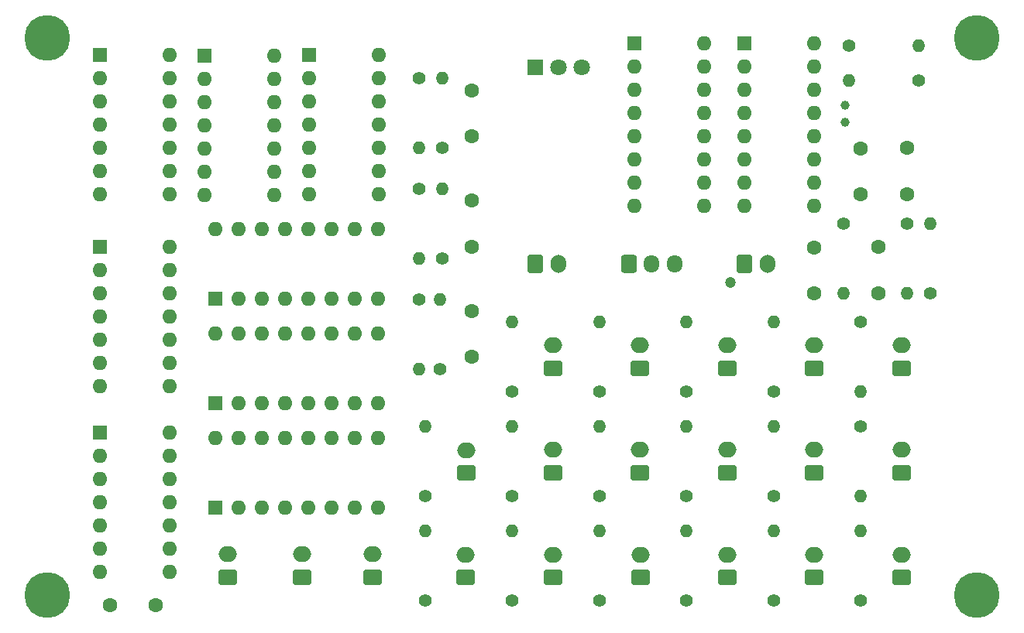
<source format=gbr>
G04 #@! TF.GenerationSoftware,KiCad,Pcbnew,7.0.1*
G04 #@! TF.CreationDate,2023-04-12T01:48:55-05:00*
G04 #@! TF.ProjectId,binary_clock,62696e61-7279-45f6-936c-6f636b2e6b69,rev?*
G04 #@! TF.SameCoordinates,Original*
G04 #@! TF.FileFunction,Soldermask,Top*
G04 #@! TF.FilePolarity,Negative*
%FSLAX46Y46*%
G04 Gerber Fmt 4.6, Leading zero omitted, Abs format (unit mm)*
G04 Created by KiCad (PCBNEW 7.0.1) date 2023-04-12 01:48:55*
%MOMM*%
%LPD*%
G01*
G04 APERTURE LIST*
G04 Aperture macros list*
%AMRoundRect*
0 Rectangle with rounded corners*
0 $1 Rounding radius*
0 $2 $3 $4 $5 $6 $7 $8 $9 X,Y pos of 4 corners*
0 Add a 4 corners polygon primitive as box body*
4,1,4,$2,$3,$4,$5,$6,$7,$8,$9,$2,$3,0*
0 Add four circle primitives for the rounded corners*
1,1,$1+$1,$2,$3*
1,1,$1+$1,$4,$5*
1,1,$1+$1,$6,$7*
1,1,$1+$1,$8,$9*
0 Add four rect primitives between the rounded corners*
20,1,$1+$1,$2,$3,$4,$5,0*
20,1,$1+$1,$4,$5,$6,$7,0*
20,1,$1+$1,$6,$7,$8,$9,0*
20,1,$1+$1,$8,$9,$2,$3,0*%
G04 Aperture macros list end*
%ADD10C,1.600000*%
%ADD11C,1.000000*%
%ADD12RoundRect,0.250000X-0.600000X-0.750000X0.600000X-0.750000X0.600000X0.750000X-0.600000X0.750000X0*%
%ADD13O,1.700000X2.000000*%
%ADD14RoundRect,0.250000X-0.600000X-0.725000X0.600000X-0.725000X0.600000X0.725000X-0.600000X0.725000X0*%
%ADD15O,1.700000X1.950000*%
%ADD16C,1.200000*%
%ADD17RoundRect,0.250000X0.750000X-0.600000X0.750000X0.600000X-0.750000X0.600000X-0.750000X-0.600000X0*%
%ADD18O,2.000000X1.700000*%
%ADD19C,1.400000*%
%ADD20O,1.400000X1.400000*%
%ADD21R,1.600000X1.600000*%
%ADD22O,1.600000X1.600000*%
%ADD23C,5.000000*%
%ADD24R,1.800000X1.800000*%
%ADD25C,1.800000*%
G04 APERTURE END LIST*
D10*
G04 #@! TO.C,C8*
X100791900Y-133176900D03*
X95791900Y-133176900D03*
G04 #@! TD*
D11*
G04 #@! TO.C,Y1*
X176090000Y-78480100D03*
X176090000Y-80380100D03*
G04 #@! TD*
D12*
G04 #@! TO.C,SW2*
X142280000Y-95885000D03*
D13*
X144780000Y-95885000D03*
G04 #@! TD*
D14*
G04 #@! TO.C,SW1*
X152480000Y-95885000D03*
D15*
X154980000Y-95885000D03*
X157480000Y-95885000D03*
G04 #@! TD*
D16*
G04 #@! TO.C,J1*
X163540000Y-97885000D03*
D12*
X165140000Y-95885000D03*
D13*
X167640000Y-95885000D03*
G04 #@! TD*
D17*
G04 #@! TO.C,D11*
X144145000Y-118685000D03*
D18*
X144145000Y-116185000D03*
G04 #@! TD*
D19*
G04 #@! TO.C,R11*
X131860000Y-107355000D03*
D20*
X131860000Y-99735000D03*
G04 #@! TD*
D21*
G04 #@! TO.C,U2*
X153035000Y-71755000D03*
D22*
X153035000Y-74295000D03*
X153035000Y-76835000D03*
X153035000Y-79375000D03*
X153035000Y-81915000D03*
X153035000Y-84455000D03*
X153035000Y-86995000D03*
X153035000Y-89535000D03*
X160655000Y-89535000D03*
X160655000Y-86995000D03*
X160655000Y-84455000D03*
X160655000Y-81915000D03*
X160655000Y-79375000D03*
X160655000Y-76835000D03*
X160655000Y-74295000D03*
X160655000Y-71755000D03*
G04 #@! TD*
D19*
G04 #@! TO.C,R13*
X168275000Y-132715000D03*
D20*
X168275000Y-125095000D03*
G04 #@! TD*
D23*
G04 #@! TO.C,H2*
X88900000Y-71120000D03*
G04 #@! TD*
D19*
G04 #@! TO.C,R2*
X184150000Y-75785000D03*
D20*
X176530000Y-75785000D03*
G04 #@! TD*
D19*
G04 #@! TO.C,R1*
X176530000Y-71975000D03*
D20*
X184150000Y-71975000D03*
G04 #@! TD*
D19*
G04 #@! TO.C,R23*
X130175000Y-121265000D03*
D20*
X130175000Y-113645000D03*
G04 #@! TD*
D19*
G04 #@! TO.C,R18*
X177800000Y-113645000D03*
D20*
X177800000Y-121265000D03*
G04 #@! TD*
D10*
G04 #@! TO.C,C2*
X177800000Y-83225000D03*
X177800000Y-88225000D03*
G04 #@! TD*
D19*
G04 #@! TO.C,R16*
X139700000Y-132715000D03*
D20*
X139700000Y-125095000D03*
G04 #@! TD*
D23*
G04 #@! TO.C,H1*
X88900000Y-132080000D03*
G04 #@! TD*
G04 #@! TO.C,H4*
X190500000Y-71120000D03*
G04 #@! TD*
D17*
G04 #@! TO.C,D13*
X182245000Y-107275000D03*
D18*
X182245000Y-104775000D03*
G04 #@! TD*
D10*
G04 #@! TO.C,C1*
X182880000Y-88185000D03*
X182880000Y-83185000D03*
G04 #@! TD*
D23*
G04 #@! TO.C,H3*
X190500000Y-132080000D03*
G04 #@! TD*
D21*
G04 #@! TO.C,U3*
X165100000Y-71755000D03*
D22*
X165100000Y-74295000D03*
X165100000Y-76835000D03*
X165100000Y-79375000D03*
X165100000Y-81915000D03*
X165100000Y-84455000D03*
X165100000Y-86995000D03*
X165100000Y-89535000D03*
X172720000Y-89535000D03*
X172720000Y-86995000D03*
X172720000Y-84455000D03*
X172720000Y-81915000D03*
X172720000Y-79375000D03*
X172720000Y-76835000D03*
X172720000Y-74295000D03*
X172720000Y-71755000D03*
G04 #@! TD*
D17*
G04 #@! TO.C,D8*
X172720000Y-118685000D03*
D18*
X172720000Y-116185000D03*
G04 #@! TD*
D17*
G04 #@! TO.C,D5*
X144145000Y-130145000D03*
D18*
X144145000Y-127645000D03*
G04 #@! TD*
D17*
G04 #@! TO.C,D4*
X153780000Y-130175000D03*
D18*
X153780000Y-127675000D03*
G04 #@! TD*
D19*
G04 #@! TO.C,R3*
X185420000Y-99060000D03*
D20*
X185420000Y-91440000D03*
G04 #@! TD*
D17*
G04 #@! TO.C,D2*
X172720000Y-130155000D03*
D18*
X172720000Y-127655000D03*
G04 #@! TD*
D17*
G04 #@! TO.C,D15*
X163195000Y-107275000D03*
D18*
X163195000Y-104775000D03*
G04 #@! TD*
D19*
G04 #@! TO.C,R15*
X149225000Y-132715000D03*
D20*
X149225000Y-125095000D03*
G04 #@! TD*
D19*
G04 #@! TO.C,R20*
X158750000Y-121265000D03*
D20*
X158750000Y-113645000D03*
G04 #@! TD*
D24*
G04 #@! TO.C,U1*
X142230000Y-74300000D03*
D25*
X144770000Y-74300000D03*
X147310000Y-74300000D03*
G04 #@! TD*
D17*
G04 #@! TO.C,D9*
X163195000Y-118685000D03*
D18*
X163195000Y-116185000D03*
G04 #@! TD*
D19*
G04 #@! TO.C,R24*
X177800000Y-102195000D03*
D20*
X177800000Y-109815000D03*
G04 #@! TD*
D21*
G04 #@! TO.C,U5*
X107305000Y-122545000D03*
D22*
X109845000Y-122545000D03*
X112385000Y-122545000D03*
X114925000Y-122545000D03*
X117465000Y-122545000D03*
X120005000Y-122545000D03*
X122545000Y-122545000D03*
X125085000Y-122545000D03*
X125085000Y-114925000D03*
X122545000Y-114925000D03*
X120005000Y-114925000D03*
X117465000Y-114925000D03*
X114925000Y-114925000D03*
X112385000Y-114925000D03*
X109845000Y-114925000D03*
X107305000Y-114925000D03*
G04 #@! TD*
D19*
G04 #@! TO.C,R21*
X149225000Y-121265000D03*
D20*
X149225000Y-113645000D03*
G04 #@! TD*
D17*
G04 #@! TO.C,SW5*
X124460000Y-130135000D03*
D18*
X124460000Y-127635000D03*
G04 #@! TD*
D17*
G04 #@! TO.C,D10*
X153670000Y-118685000D03*
D18*
X153670000Y-116185000D03*
G04 #@! TD*
D19*
G04 #@! TO.C,R5*
X175895000Y-91440000D03*
D20*
X175895000Y-99060000D03*
G04 #@! TD*
D10*
G04 #@! TO.C,C6*
X135255000Y-88940000D03*
X135255000Y-93940000D03*
G04 #@! TD*
D17*
G04 #@! TO.C,D3*
X163195000Y-130155000D03*
D18*
X163195000Y-127655000D03*
G04 #@! TD*
D21*
G04 #@! TO.C,U7*
X107305000Y-111115000D03*
D22*
X109845000Y-111115000D03*
X112385000Y-111115000D03*
X114925000Y-111115000D03*
X117465000Y-111115000D03*
X120005000Y-111115000D03*
X122545000Y-111115000D03*
X125085000Y-111115000D03*
X125085000Y-103495000D03*
X122545000Y-103495000D03*
X120005000Y-103495000D03*
X117465000Y-103495000D03*
X114925000Y-103495000D03*
X112385000Y-103495000D03*
X109845000Y-103495000D03*
X107305000Y-103495000D03*
G04 #@! TD*
D19*
G04 #@! TO.C,R27*
X149225000Y-109815000D03*
D20*
X149225000Y-102195000D03*
G04 #@! TD*
D19*
G04 #@! TO.C,R17*
X130175000Y-132715000D03*
D20*
X130175000Y-125095000D03*
G04 #@! TD*
D19*
G04 #@! TO.C,R7*
X132080000Y-83185000D03*
D20*
X132080000Y-75565000D03*
G04 #@! TD*
D10*
G04 #@! TO.C,C7*
X135255000Y-101045000D03*
X135255000Y-106045000D03*
G04 #@! TD*
D21*
G04 #@! TO.C,U11*
X94625000Y-73020000D03*
D22*
X94625000Y-75560000D03*
X94625000Y-78100000D03*
X94625000Y-80640000D03*
X94625000Y-83180000D03*
X94625000Y-85720000D03*
X94625000Y-88260000D03*
X102245000Y-88260000D03*
X102245000Y-85720000D03*
X102245000Y-83180000D03*
X102245000Y-80640000D03*
X102245000Y-78100000D03*
X102245000Y-75560000D03*
X102245000Y-73020000D03*
G04 #@! TD*
D19*
G04 #@! TO.C,R22*
X139700000Y-121265000D03*
D20*
X139700000Y-113645000D03*
G04 #@! TD*
D21*
G04 #@! TO.C,U4*
X117485000Y-73025000D03*
D22*
X117485000Y-75565000D03*
X117485000Y-78105000D03*
X117485000Y-80645000D03*
X117485000Y-83185000D03*
X117485000Y-85725000D03*
X117485000Y-88265000D03*
X125105000Y-88265000D03*
X125105000Y-85725000D03*
X125105000Y-83185000D03*
X125105000Y-80645000D03*
X125105000Y-78105000D03*
X125105000Y-75565000D03*
X125105000Y-73025000D03*
G04 #@! TD*
D10*
G04 #@! TO.C,C3*
X179705000Y-99020000D03*
X179705000Y-94020000D03*
G04 #@! TD*
D19*
G04 #@! TO.C,R26*
X158750000Y-109815000D03*
D20*
X158750000Y-102195000D03*
G04 #@! TD*
D17*
G04 #@! TO.C,D14*
X172720000Y-107275000D03*
D18*
X172720000Y-104775000D03*
G04 #@! TD*
D19*
G04 #@! TO.C,R14*
X158750000Y-132715000D03*
D20*
X158750000Y-125095000D03*
G04 #@! TD*
D21*
G04 #@! TO.C,U6*
X94635000Y-114295000D03*
D22*
X94635000Y-116835000D03*
X94635000Y-119375000D03*
X94635000Y-121915000D03*
X94635000Y-124455000D03*
X94635000Y-126995000D03*
X94635000Y-129535000D03*
X102255000Y-129535000D03*
X102255000Y-126995000D03*
X102255000Y-124455000D03*
X102255000Y-121915000D03*
X102255000Y-119375000D03*
X102255000Y-116835000D03*
X102255000Y-114295000D03*
G04 #@! TD*
D17*
G04 #@! TO.C,D12*
X134730000Y-118715000D03*
D18*
X134730000Y-116215000D03*
G04 #@! TD*
D21*
G04 #@! TO.C,U8*
X107305000Y-99685000D03*
D22*
X109845000Y-99685000D03*
X112385000Y-99685000D03*
X114925000Y-99685000D03*
X117465000Y-99685000D03*
X120005000Y-99685000D03*
X122545000Y-99685000D03*
X125085000Y-99685000D03*
X125085000Y-92065000D03*
X122545000Y-92065000D03*
X120005000Y-92065000D03*
X117465000Y-92065000D03*
X114925000Y-92065000D03*
X112385000Y-92065000D03*
X109845000Y-92065000D03*
X107305000Y-92065000D03*
G04 #@! TD*
D17*
G04 #@! TO.C,D16*
X153670000Y-107275000D03*
D18*
X153670000Y-104775000D03*
G04 #@! TD*
D17*
G04 #@! TO.C,SW3*
X108585000Y-130135000D03*
D18*
X108585000Y-127635000D03*
G04 #@! TD*
D17*
G04 #@! TO.C,D7*
X182245000Y-118705000D03*
D18*
X182245000Y-116205000D03*
G04 #@! TD*
D19*
G04 #@! TO.C,R25*
X168275000Y-109815000D03*
D20*
X168275000Y-102195000D03*
G04 #@! TD*
D17*
G04 #@! TO.C,D17*
X144145000Y-107275000D03*
D18*
X144145000Y-104775000D03*
G04 #@! TD*
D17*
G04 #@! TO.C,D1*
X182245000Y-130155000D03*
D18*
X182245000Y-127655000D03*
G04 #@! TD*
D10*
G04 #@! TO.C,C5*
X135255000Y-76875000D03*
X135255000Y-81875000D03*
G04 #@! TD*
D18*
G04 #@! TO.C,SW4*
X116725200Y-127611600D03*
D17*
X116725200Y-130111600D03*
G04 #@! TD*
D19*
G04 #@! TO.C,R10*
X129540000Y-99735000D03*
D20*
X129540000Y-107355000D03*
G04 #@! TD*
D19*
G04 #@! TO.C,R28*
X139700000Y-109815000D03*
D20*
X139700000Y-102195000D03*
G04 #@! TD*
D19*
G04 #@! TO.C,R9*
X132080000Y-95250000D03*
D20*
X132080000Y-87630000D03*
G04 #@! TD*
D21*
G04 #@! TO.C,U10*
X106045000Y-73030000D03*
D22*
X106045000Y-75570000D03*
X106045000Y-78110000D03*
X106045000Y-80650000D03*
X106045000Y-83190000D03*
X106045000Y-85730000D03*
X106045000Y-88270000D03*
X113665000Y-88270000D03*
X113665000Y-85730000D03*
X113665000Y-83190000D03*
X113665000Y-80650000D03*
X113665000Y-78110000D03*
X113665000Y-75570000D03*
X113665000Y-73030000D03*
G04 #@! TD*
D19*
G04 #@! TO.C,R8*
X129540000Y-87630000D03*
D20*
X129540000Y-95250000D03*
G04 #@! TD*
D10*
G04 #@! TO.C,C4*
X172720000Y-94060000D03*
X172720000Y-99060000D03*
G04 #@! TD*
D19*
G04 #@! TO.C,R12*
X177800000Y-132715000D03*
D20*
X177800000Y-125095000D03*
G04 #@! TD*
D19*
G04 #@! TO.C,R4*
X182880000Y-91440000D03*
D20*
X182880000Y-99060000D03*
G04 #@! TD*
D17*
G04 #@! TO.C,D6*
X134620000Y-130155000D03*
D18*
X134620000Y-127655000D03*
G04 #@! TD*
D19*
G04 #@! TO.C,R19*
X168275000Y-121285000D03*
D20*
X168275000Y-113665000D03*
G04 #@! TD*
D19*
G04 #@! TO.C,R6*
X129540000Y-75565000D03*
D20*
X129540000Y-83185000D03*
G04 #@! TD*
D21*
G04 #@! TO.C,U9*
X94635000Y-93980000D03*
D22*
X94635000Y-96520000D03*
X94635000Y-99060000D03*
X94635000Y-101600000D03*
X94635000Y-104140000D03*
X94635000Y-106680000D03*
X94635000Y-109220000D03*
X102255000Y-109220000D03*
X102255000Y-106680000D03*
X102255000Y-104140000D03*
X102255000Y-101600000D03*
X102255000Y-99060000D03*
X102255000Y-96520000D03*
X102255000Y-93980000D03*
G04 #@! TD*
M02*

</source>
